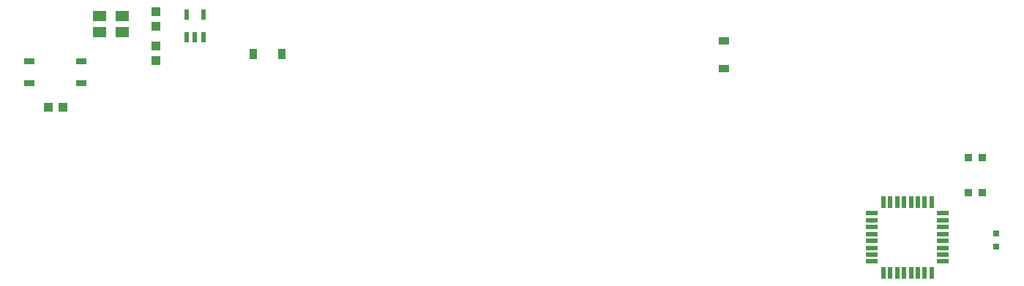
<source format=gbr>
%TF.GenerationSoftware,KiCad,Pcbnew,(5.1.9)-1*%
%TF.CreationDate,2021-03-22T18:36:52-04:00*%
%TF.ProjectId,DSKY_keyboard,44534b59-5f6b-4657-9962-6f6172642e6b,1.0*%
%TF.SameCoordinates,Original*%
%TF.FileFunction,Paste,Bot*%
%TF.FilePolarity,Positive*%
%FSLAX46Y46*%
G04 Gerber Fmt 4.6, Leading zero omitted, Abs format (unit mm)*
G04 Created by KiCad (PCBNEW (5.1.9)-1) date 2021-03-22 18:36:52*
%MOMM*%
%LPD*%
G01*
G04 APERTURE LIST*
%ADD10R,0.507200X1.461999*%
%ADD11R,1.461999X0.507200*%
%ADD12R,1.200000X0.800000*%
%ADD13R,0.550000X1.200000*%
%ADD14R,0.800000X0.800000*%
%ADD15R,1.220000X0.910000*%
%ADD16R,1.500000X1.240000*%
%ADD17R,1.000000X1.075000*%
%ADD18R,1.075000X1.000000*%
%ADD19R,0.900000X0.900000*%
%ADD20R,0.910000X1.220000*%
G04 APERTURE END LIST*
D10*
%TO.C,U1*%
X184854499Y-99263200D03*
X184054499Y-99263200D03*
X183254500Y-99263200D03*
X182454499Y-99263200D03*
X181654501Y-99263200D03*
X180854500Y-99263200D03*
X180054499Y-99263200D03*
X179254501Y-99263200D03*
D11*
X177939700Y-100578001D03*
X177939700Y-101378001D03*
X177939700Y-102178000D03*
X177939700Y-102978001D03*
X177939700Y-103777999D03*
X177939700Y-104578000D03*
X177939700Y-105378001D03*
X177939700Y-106177999D03*
D10*
X179254501Y-107492800D03*
X180054501Y-107492800D03*
X180854500Y-107492800D03*
X181654501Y-107492800D03*
X182454499Y-107492800D03*
X183254500Y-107492800D03*
X184054501Y-107492800D03*
X184854499Y-107492800D03*
D11*
X186169300Y-106177999D03*
X186169300Y-105377999D03*
X186169300Y-104578000D03*
X186169300Y-103777999D03*
X186169300Y-102978001D03*
X186169300Y-102178000D03*
X186169300Y-101377999D03*
X186169300Y-100578001D03*
%TD*%
D12*
%TO.C,U2*%
X80502500Y-82931000D03*
X86502500Y-82931000D03*
X86502500Y-85471000D03*
X80502500Y-85471000D03*
%TD*%
D13*
%TO.C,U3*%
X100581500Y-77503400D03*
X98681500Y-77503400D03*
X98681500Y-80103600D03*
X99631500Y-80103600D03*
X100581500Y-80103600D03*
%TD*%
D14*
%TO.C,D21*%
X192341500Y-104445500D03*
X192341500Y-102945500D03*
%TD*%
D15*
%TO.C,D20*%
X160845500Y-83806500D03*
X160845500Y-80531500D03*
%TD*%
D16*
%TO.C,C1*%
X88582500Y-79563000D03*
X88582500Y-77663000D03*
%TD*%
%TO.C,C2*%
X91249500Y-79563000D03*
X91249500Y-77663000D03*
%TD*%
D17*
%TO.C,C3*%
X95123000Y-82828500D03*
X95123000Y-81128500D03*
%TD*%
%TO.C,R1*%
X95123000Y-77152500D03*
X95123000Y-78852500D03*
%TD*%
D18*
%TO.C,R2*%
X84352500Y-88265000D03*
X82652500Y-88265000D03*
%TD*%
D19*
%TO.C,SW20*%
X190665000Y-94089000D03*
X189065000Y-94089000D03*
X189065000Y-98189000D03*
X190665000Y-98189000D03*
%TD*%
D20*
%TO.C,D22*%
X106376000Y-82105500D03*
X109651000Y-82105500D03*
%TD*%
M02*

</source>
